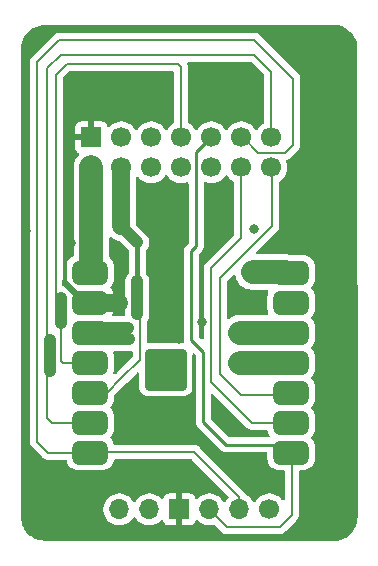
<source format=gbr>
%TF.GenerationSoftware,KiCad,Pcbnew,9.0.0*%
%TF.CreationDate,2025-05-16T16:34:18-03:00*%
%TF.ProjectId,V1A,5631412e-6b69-4636-9164-5f7063625858,rev?*%
%TF.SameCoordinates,Original*%
%TF.FileFunction,Copper,L2,Bot*%
%TF.FilePolarity,Positive*%
%FSLAX46Y46*%
G04 Gerber Fmt 4.6, Leading zero omitted, Abs format (unit mm)*
G04 Created by KiCad (PCBNEW 9.0.0) date 2025-05-16 16:34:18*
%MOMM*%
%LPD*%
G01*
G04 APERTURE LIST*
G04 Aperture macros list*
%AMRoundRect*
0 Rectangle with rounded corners*
0 $1 Rounding radius*
0 $2 $3 $4 $5 $6 $7 $8 $9 X,Y pos of 4 corners*
0 Add a 4 corners polygon primitive as box body*
4,1,4,$2,$3,$4,$5,$6,$7,$8,$9,$2,$3,0*
0 Add four circle primitives for the rounded corners*
1,1,$1+$1,$2,$3*
1,1,$1+$1,$4,$5*
1,1,$1+$1,$6,$7*
1,1,$1+$1,$8,$9*
0 Add four rect primitives between the rounded corners*
20,1,$1+$1,$2,$3,$4,$5,0*
20,1,$1+$1,$4,$5,$6,$7,0*
20,1,$1+$1,$6,$7,$8,$9,0*
20,1,$1+$1,$8,$9,$2,$3,0*%
G04 Aperture macros list end*
%TA.AperFunction,ComponentPad*%
%ADD10R,1.700000X1.700000*%
%TD*%
%TA.AperFunction,ComponentPad*%
%ADD11C,1.700000*%
%TD*%
%TA.AperFunction,ComponentPad*%
%ADD12O,1.700000X1.700000*%
%TD*%
%TA.AperFunction,SMDPad,CuDef*%
%ADD13RoundRect,0.255000X-0.255000X2.245000X-0.255000X-2.245000X0.255000X-2.245000X0.255000X2.245000X0*%
%TD*%
%TA.AperFunction,SMDPad,CuDef*%
%ADD14RoundRect,0.500000X1.000000X0.500000X-1.000000X0.500000X-1.000000X-0.500000X1.000000X-0.500000X0*%
%TD*%
%TA.AperFunction,HeatsinkPad*%
%ADD15RoundRect,0.250000X1.500000X1.500000X-1.500000X1.500000X-1.500000X-1.500000X1.500000X-1.500000X0*%
%TD*%
%TA.AperFunction,ViaPad*%
%ADD16C,0.800000*%
%TD*%
%TA.AperFunction,ViaPad*%
%ADD17C,0.600000*%
%TD*%
%TA.AperFunction,Conductor*%
%ADD18C,0.600000*%
%TD*%
%TA.AperFunction,Conductor*%
%ADD19C,0.500000*%
%TD*%
%TA.AperFunction,Conductor*%
%ADD20C,0.200000*%
%TD*%
%TA.AperFunction,Conductor*%
%ADD21C,1.500000*%
%TD*%
%TA.AperFunction,Conductor*%
%ADD22C,1.000000*%
%TD*%
%TA.AperFunction,Conductor*%
%ADD23C,0.400000*%
%TD*%
%TA.AperFunction,Conductor*%
%ADD24C,0.250000*%
%TD*%
%TA.AperFunction,Conductor*%
%ADD25C,2.000000*%
%TD*%
G04 APERTURE END LIST*
D10*
%TO.P,IDC14,1*%
%TO.N,GND*%
X146775859Y-87351463D03*
D11*
%TO.P,IDC14,2*%
%TO.N,5V*%
X146775859Y-89891463D03*
%TO.P,IDC14,3*%
%TO.N,3V3*%
X149315859Y-87351463D03*
%TO.P,IDC14,4*%
%TO.N,MISO*%
X149315859Y-89891463D03*
%TO.P,IDC14,5*%
%TO.N,Ana1*%
X151855859Y-87351463D03*
%TO.P,IDC14,7*%
%TO.N,MOSI*%
X154395859Y-87351463D03*
%TO.P,IDC14,8*%
%TO.N,CS_RP*%
X154395859Y-89891463D03*
%TO.P,IDC14,9*%
%TO.N,TX_RX*%
X156935859Y-87351463D03*
%TO.P,IDC14,10*%
%TO.N,D0*%
X156935859Y-89891463D03*
%TO.P,IDC14,11*%
%TO.N,RX_TX*%
X159475859Y-87351463D03*
%TO.P,IDC14,12*%
%TO.N,SCL*%
X159475859Y-89891463D03*
%TO.P,IDC14,13*%
%TO.N,SCK*%
X162015859Y-87351463D03*
%TO.P,IDC14,14*%
%TO.N,SDA*%
X162015859Y-89891463D03*
%TO.P,IDC14,not connected*%
%TO.N,notconnected*%
X151855859Y-89891463D03*
%TD*%
%TO.P,J2,1*%
%TO.N,N/C*%
X161848800Y-118846600D03*
D12*
%TO.P,J2,2*%
%TO.N,RX_TX*%
X159308800Y-118846600D03*
%TO.P,J2,3*%
%TO.N,TX_RX*%
X156768800Y-118846600D03*
D10*
%TO.P,J2,4*%
%TO.N,GND*%
X154228800Y-118846600D03*
D12*
%TO.P,J2,5*%
%TO.N,5V*%
X151688800Y-118846600D03*
%TO.P,J2,6*%
%TO.N,N/C*%
X149148800Y-118846600D03*
%TD*%
D13*
%TO.P,IDC 14,14*%
%TO.N,5V*%
X146735859Y-92391463D03*
%TD*%
D14*
%TO.P,ESP32 C3 Seed,1*%
%TO.N,D0_ESP32*%
X163685800Y-98790200D03*
%TO.P,ESP32 C3 Seed,2*%
%TO.N,D1_ESP32*%
X163685800Y-101330200D03*
%TO.P,ESP32 C3 Seed,3*%
%TO.N,CS_LORA*%
X163685800Y-103870200D03*
%TO.P,ESP32 C3 Seed,4*%
%TO.N,CS_RP*%
X163685800Y-106410200D03*
%TO.P,ESP32 C3 Seed,5*%
%TO.N,SDA*%
X163685800Y-108950200D03*
%TO.P,ESP32 C3 Seed,6*%
%TO.N,SCL*%
X163685800Y-111490200D03*
%TO.P,ESP32 C3 Seed,7*%
%TO.N,TX_RX*%
X163685800Y-114030200D03*
%TO.P,ESP32 C3 Seed,8*%
%TO.N,RX_TX*%
X146685800Y-114030200D03*
%TO.P,ESP32 C3 Seed,9*%
%TO.N,SCK*%
X146685800Y-111490200D03*
%TO.P,ESP32 C3 Seed,10*%
%TO.N,MISO*%
X146685800Y-108950200D03*
%TO.P,ESP32 C3 Seed,11*%
%TO.N,MOSI*%
X146685800Y-106410200D03*
%TO.P,ESP32 C3 Seed,12*%
%TO.N,3V3*%
X146685800Y-103870200D03*
%TO.P,ESP32 C3 Seed,13*%
%TO.N,GND*%
X146685800Y-101330200D03*
%TO.P,ESP32 C3 Seed,14*%
%TO.N,5V*%
X146685800Y-98790200D03*
D15*
%TO.P,ESP32 C3 Seed,15*%
%TO.N,N/C*%
X153085800Y-107010200D03*
%TD*%
D16*
%TO.N,GND*%
X154228800Y-104444800D03*
D17*
X147929600Y-82092800D03*
D16*
X152755600Y-98958400D03*
D17*
X149301200Y-105816400D03*
D16*
X158394400Y-111582200D03*
X152095200Y-96139000D03*
X156108400Y-102971600D03*
D17*
X149199600Y-99649280D03*
D16*
X141274800Y-95250000D03*
X168833800Y-85011469D03*
D17*
X144576800Y-99669600D03*
D16*
X152654000Y-112598200D03*
X158140400Y-81534000D03*
X160578800Y-95123000D03*
X152095200Y-99720400D03*
D17*
X149199600Y-98948240D03*
D16*
X145084800Y-96291400D03*
X152044400Y-98298000D03*
X155651200Y-81584800D03*
X158699200Y-102057200D03*
X154381200Y-112598200D03*
D17*
X149199600Y-101803200D03*
X149199600Y-98247200D03*
D16*
X160832800Y-116001800D03*
X168452800Y-105130600D03*
X168833800Y-83742742D03*
X153060400Y-82194400D03*
X145186400Y-88773000D03*
X167291700Y-119438100D03*
X152654000Y-110007400D03*
D17*
X150469600Y-84429600D03*
D16*
X165709600Y-119456200D03*
X164642800Y-88976200D03*
X142240000Y-79375000D03*
X158750000Y-100101400D03*
D17*
X150469600Y-83667600D03*
D16*
X157226000Y-96088200D03*
X146456400Y-119430800D03*
X146456400Y-117246400D03*
X154584400Y-96139000D03*
D17*
X150520400Y-82042000D03*
D16*
X146456400Y-118237000D03*
X168833800Y-86280196D03*
D17*
%TO.N,MISO*%
X150672800Y-100406200D03*
X150672800Y-102184200D03*
X150672800Y-101295200D03*
X150672800Y-99517200D03*
%TO.N,SCK*%
X143306800Y-106248200D03*
X143306800Y-105359200D03*
X143306800Y-107137200D03*
X143306800Y-104470200D03*
%TO.N,MOSI*%
X144195800Y-100914200D03*
X144195800Y-101676200D03*
X144195800Y-102438200D03*
X144195800Y-103200200D03*
D16*
%TO.N,3V3*%
X149910800Y-103479600D03*
X149047200Y-103479600D03*
X149961600Y-104444800D03*
X149047200Y-104444800D03*
D17*
%TO.N,CS_RP*%
X160070800Y-106375200D03*
X159308800Y-107137200D03*
X159308800Y-106375200D03*
X160070800Y-107137200D03*
%TO.N,CS_LORA*%
X159943800Y-103581200D03*
X159181800Y-103581200D03*
X159943800Y-104343200D03*
X159181800Y-104343200D03*
%TO.N,D0_ESP32*%
X160197800Y-98374200D03*
X160197800Y-99263200D03*
X161086800Y-98374200D03*
X161086800Y-99263200D03*
%TO.N,D1_ESP32*%
X164795200Y-102006400D03*
X164795200Y-100838000D03*
X164795200Y-101396800D03*
X164795200Y-102006400D03*
%TD*%
D18*
%TO.N,GND*%
X149199600Y-101549200D02*
X149199600Y-98298000D01*
D19*
X144576800Y-99669600D02*
X146237400Y-101330200D01*
D20*
X149133000Y-101330200D02*
X149148800Y-101346000D01*
X146237400Y-101330200D02*
X146685800Y-101330200D01*
X149199600Y-98298000D02*
X149148800Y-98247200D01*
D21*
X146685800Y-101330200D02*
X149133000Y-101330200D01*
D20*
%TO.N,MISO*%
X149301200Y-107746800D02*
X148097800Y-108950200D01*
D21*
X149315859Y-89891463D02*
X149315859Y-94881463D01*
D20*
X148097800Y-108950200D02*
X146685800Y-108950200D01*
X150672800Y-102184200D02*
X150876000Y-102387400D01*
D22*
X150672800Y-102311200D02*
X150672800Y-99517200D01*
D20*
X150876000Y-102387400D02*
X150876000Y-106172000D01*
D23*
X150672800Y-99517200D02*
X150672800Y-96238404D01*
D20*
X150672800Y-102311200D02*
X150672800Y-101295200D01*
X149402800Y-107645200D02*
X149301200Y-107746800D01*
D22*
X150672800Y-96238404D02*
X149315859Y-94881463D01*
D20*
X150876000Y-106172000D02*
X149301200Y-107746800D01*
X149402800Y-89978404D02*
X149315859Y-89891463D01*
X150672800Y-100406200D02*
X150672800Y-99517200D01*
%TO.N,SCK*%
X143468800Y-111490200D02*
X143052800Y-111074200D01*
X143052800Y-81483200D02*
X144195800Y-80340200D01*
X160578800Y-80340200D02*
X162015859Y-81777259D01*
X144195800Y-80340200D02*
X160578800Y-80340200D01*
X146685800Y-111490200D02*
X143468800Y-111490200D01*
X162015859Y-81777259D02*
X162015859Y-87351463D01*
X143306800Y-105359200D02*
X143306800Y-104470200D01*
X143306800Y-107137200D02*
X143306800Y-106248200D01*
X143052800Y-104470200D02*
X143052800Y-81483200D01*
D22*
X143306800Y-107137200D02*
X143306800Y-104470200D01*
D20*
X143306800Y-106248200D02*
X143306800Y-105359200D01*
X143052800Y-111074200D02*
X143052800Y-107137200D01*
%TO.N,RX_TX*%
X163880800Y-87960200D02*
X163195000Y-88646000D01*
X160578800Y-79070200D02*
X163880800Y-82372200D01*
X155498800Y-113995200D02*
X159308800Y-117805200D01*
X142163800Y-80975200D02*
X144068800Y-79070200D01*
X163195000Y-88646000D02*
X160883600Y-88646000D01*
X143087800Y-114030200D02*
X142163800Y-113106200D01*
X146685800Y-114030200D02*
X143087800Y-114030200D01*
X159308800Y-117805200D02*
X159308800Y-118846600D01*
X160883600Y-88646000D02*
X159589063Y-87351463D01*
X159589063Y-87351463D02*
X159475859Y-87351463D01*
X163880800Y-82372200D02*
X163880800Y-87960200D01*
X146720800Y-113995200D02*
X155498800Y-113995200D01*
X146685800Y-114030200D02*
X146720800Y-113995200D01*
X142163800Y-113106200D02*
X142163800Y-80975200D01*
X144068800Y-79070200D02*
X160578800Y-79070200D01*
D24*
%TO.N,TX_RX*%
X158165800Y-113360200D02*
X163015800Y-113360200D01*
X155659113Y-88628209D02*
X155659113Y-96562887D01*
X155244800Y-96977200D02*
X155244800Y-104470200D01*
D20*
X163753800Y-119329200D02*
X163753800Y-114098200D01*
X158267400Y-120345200D02*
X156768800Y-118846600D01*
D24*
X155659113Y-96562887D02*
X155244800Y-96977200D01*
D20*
X163753800Y-119329200D02*
X162737800Y-120345200D01*
D24*
X156935859Y-87351463D02*
X155659113Y-88628209D01*
D20*
X163499800Y-119583200D02*
X163753800Y-119329200D01*
X162737800Y-120345200D02*
X158267400Y-120345200D01*
D24*
X156260800Y-105486200D02*
X156260800Y-111455200D01*
X163015800Y-113360200D02*
X163685800Y-114030200D01*
X156260800Y-111455200D02*
X158165800Y-113360200D01*
X155244800Y-104470200D02*
X156260800Y-105486200D01*
D20*
X163753800Y-114098200D02*
X163685800Y-114030200D01*
%TO.N,MOSI*%
X144357800Y-106410200D02*
X144195800Y-106248200D01*
X144195800Y-106248200D02*
X144195800Y-103200200D01*
X146685800Y-106410200D02*
X144357800Y-106410200D01*
X144195800Y-102438200D02*
X143764000Y-102006400D01*
X144703800Y-81102200D02*
X154101800Y-81102200D01*
X154355800Y-87311404D02*
X154395859Y-87351463D01*
X143764000Y-82042000D02*
X144703800Y-81102200D01*
X154355800Y-81356200D02*
X154355800Y-87311404D01*
X143764000Y-102006400D02*
X143764000Y-82042000D01*
X154101800Y-81102200D02*
X154355800Y-81356200D01*
D22*
X144195800Y-100914200D02*
X144195800Y-103073200D01*
D20*
%TO.N,3V3*%
X147076400Y-103479600D02*
X146685800Y-103870200D01*
X147260400Y-104444800D02*
X146685800Y-103870200D01*
D22*
X149910800Y-103479600D02*
X147076400Y-103479600D01*
X149961600Y-104444800D02*
X147260400Y-104444800D01*
D20*
%TO.N,SDA*%
X163466800Y-109169200D02*
X159435800Y-109169200D01*
X159435800Y-109169200D02*
X157657800Y-107391200D01*
X162102800Y-89978404D02*
X162015859Y-89891463D01*
X162102800Y-94818200D02*
X162102800Y-89978404D01*
X163685800Y-108950200D02*
X163466800Y-109169200D01*
X157657800Y-107391200D02*
X157657800Y-99263200D01*
X157657800Y-99263200D02*
X162102800Y-94818200D01*
X163685800Y-108950200D02*
X163026800Y-108950200D01*
%TO.N,SCL*%
X156895800Y-98414259D02*
X159475859Y-95834200D01*
X163685800Y-111490200D02*
X160359800Y-111490200D01*
X156895800Y-108026200D02*
X156895800Y-98414259D01*
X160359800Y-111490200D02*
X156895800Y-108026200D01*
X159475859Y-95834200D02*
X159475859Y-89891463D01*
%TO.N,CS_RP*%
X159308800Y-106375200D02*
X160197800Y-106375200D01*
D25*
X163685800Y-106410200D02*
X159343800Y-106410200D01*
%TO.N,CS_LORA*%
X163685800Y-103870200D02*
X159400800Y-103870200D01*
D20*
%TO.N,5V*%
X146775859Y-98700141D02*
X146685800Y-98790200D01*
D25*
X146775859Y-89891463D02*
X146775859Y-98700141D01*
%TO.N,D0_ESP32*%
X163245800Y-98755200D02*
X160451800Y-98755200D01*
%TD*%
%TA.AperFunction,Conductor*%
%TO.N,GND*%
G36*
X155541502Y-105651938D02*
G01*
X155547980Y-105657970D01*
X155598981Y-105708971D01*
X155632466Y-105770294D01*
X155635300Y-105796652D01*
X155635300Y-111516811D01*
X155659335Y-111637644D01*
X155659340Y-111637661D01*
X155706485Y-111751480D01*
X155706487Y-111751483D01*
X155706488Y-111751486D01*
X155740715Y-111802709D01*
X155774942Y-111853933D01*
X155862067Y-111941058D01*
X155862070Y-111941060D01*
X155869354Y-111948344D01*
X157676816Y-113755806D01*
X157676845Y-113755837D01*
X157767064Y-113846056D01*
X157767067Y-113846058D01*
X157843990Y-113897456D01*
X157869515Y-113914512D01*
X157936197Y-113942132D01*
X157939985Y-113943701D01*
X157939993Y-113943705D01*
X157977227Y-113959127D01*
X157983348Y-113961663D01*
X158018189Y-113968593D01*
X158104191Y-113985699D01*
X158104192Y-113985700D01*
X158104193Y-113985700D01*
X158104194Y-113985700D01*
X161561300Y-113985700D01*
X161628339Y-114005385D01*
X161674094Y-114058189D01*
X161685300Y-114109700D01*
X161685300Y-114588228D01*
X161685301Y-114588234D01*
X161695913Y-114707615D01*
X161751889Y-114903245D01*
X161751890Y-114903248D01*
X161751891Y-114903249D01*
X161846102Y-115083607D01*
X161846104Y-115083609D01*
X161974690Y-115241309D01*
X162068603Y-115317884D01*
X162132393Y-115369898D01*
X162312751Y-115464109D01*
X162508382Y-115520086D01*
X162627763Y-115530700D01*
X163029300Y-115530699D01*
X163096339Y-115550383D01*
X163142094Y-115603187D01*
X163153300Y-115654699D01*
X163153300Y-117962848D01*
X163133615Y-118029887D01*
X163080811Y-118075642D01*
X163011653Y-118085586D01*
X162948097Y-118056561D01*
X162928982Y-118035733D01*
X162878909Y-117966814D01*
X162878905Y-117966809D01*
X162728586Y-117816490D01*
X162556620Y-117691551D01*
X162367214Y-117595044D01*
X162367213Y-117595043D01*
X162367212Y-117595043D01*
X162165043Y-117529354D01*
X162165041Y-117529353D01*
X162165040Y-117529353D01*
X162003757Y-117503808D01*
X161955087Y-117496100D01*
X161742513Y-117496100D01*
X161693842Y-117503808D01*
X161532560Y-117529353D01*
X161330385Y-117595044D01*
X161140979Y-117691551D01*
X160969013Y-117816490D01*
X160818690Y-117966813D01*
X160693749Y-118138782D01*
X160689284Y-118147546D01*
X160641309Y-118198342D01*
X160573488Y-118215136D01*
X160507353Y-118192598D01*
X160468316Y-118147546D01*
X160463850Y-118138782D01*
X160338909Y-117966813D01*
X160188586Y-117816490D01*
X160016617Y-117691549D01*
X159930786Y-117647815D01*
X159879991Y-117599840D01*
X159872011Y-117580705D01*
X159871486Y-117580923D01*
X159868379Y-117573423D01*
X159868377Y-117573416D01*
X159842938Y-117529354D01*
X159789324Y-117436490D01*
X159789318Y-117436482D01*
X155986390Y-113633555D01*
X155986388Y-113633552D01*
X155867517Y-113514681D01*
X155867516Y-113514680D01*
X155780704Y-113464560D01*
X155780704Y-113464559D01*
X155780700Y-113464558D01*
X155730585Y-113435623D01*
X155577857Y-113394699D01*
X155419743Y-113394699D01*
X155412147Y-113394699D01*
X155412131Y-113394700D01*
X148781176Y-113394700D01*
X148714137Y-113375015D01*
X148668382Y-113322211D01*
X148661960Y-113304812D01*
X148627750Y-113185254D01*
X148619709Y-113157151D01*
X148525498Y-112976793D01*
X148412783Y-112838559D01*
X148385675Y-112774165D01*
X148397684Y-112705335D01*
X148412781Y-112681842D01*
X148525498Y-112543607D01*
X148619709Y-112363249D01*
X148675686Y-112167618D01*
X148686300Y-112048237D01*
X148686299Y-110932164D01*
X148675686Y-110812782D01*
X148619709Y-110617151D01*
X148525498Y-110436793D01*
X148412783Y-110298559D01*
X148385675Y-110234165D01*
X148397684Y-110165335D01*
X148412781Y-110141842D01*
X148525498Y-110003607D01*
X148619709Y-109823249D01*
X148675686Y-109627618D01*
X148686300Y-109508237D01*
X148686299Y-109262295D01*
X148705983Y-109195257D01*
X148722613Y-109174620D01*
X149781720Y-108115516D01*
X149781720Y-108115514D01*
X149791924Y-108105311D01*
X149791927Y-108105306D01*
X150623620Y-107273614D01*
X150684942Y-107240130D01*
X150754634Y-107245114D01*
X150810567Y-107286986D01*
X150834984Y-107352450D01*
X150835300Y-107361296D01*
X150835300Y-108560201D01*
X150835301Y-108560218D01*
X150845800Y-108662996D01*
X150845801Y-108662999D01*
X150900985Y-108829531D01*
X150900986Y-108829534D01*
X150993088Y-108978856D01*
X151117144Y-109102912D01*
X151266466Y-109195014D01*
X151433003Y-109250199D01*
X151535791Y-109260700D01*
X154635808Y-109260699D01*
X154738597Y-109250199D01*
X154905134Y-109195014D01*
X155054456Y-109102912D01*
X155178512Y-108978856D01*
X155270614Y-108829534D01*
X155325799Y-108662997D01*
X155336300Y-108560209D01*
X155336299Y-105745650D01*
X155355984Y-105678612D01*
X155408787Y-105632857D01*
X155477946Y-105622913D01*
X155541502Y-105651938D01*
G37*
%TD.AperFunction*%
%TA.AperFunction,Conductor*%
G36*
X157091503Y-109071584D02*
G01*
X157097980Y-109077615D01*
X159991084Y-111970720D01*
X159991086Y-111970721D01*
X159991090Y-111970724D01*
X160128009Y-112049773D01*
X160128012Y-112049775D01*
X160128016Y-112049777D01*
X160280743Y-112090701D01*
X160280745Y-112090701D01*
X160446454Y-112090701D01*
X160446470Y-112090700D01*
X161580410Y-112090700D01*
X161647449Y-112110385D01*
X161693204Y-112163189D01*
X161699623Y-112180582D01*
X161719728Y-112250844D01*
X161751889Y-112363245D01*
X161751890Y-112363248D01*
X161751891Y-112363249D01*
X161846102Y-112543607D01*
X161846104Y-112543609D01*
X161849014Y-112549180D01*
X161847628Y-112549903D01*
X161865804Y-112609280D01*
X161846888Y-112676541D01*
X161794611Y-112722897D01*
X161741812Y-112734700D01*
X158476252Y-112734700D01*
X158409213Y-112715015D01*
X158388571Y-112698381D01*
X156922619Y-111232429D01*
X156889134Y-111171106D01*
X156886300Y-111144748D01*
X156886300Y-109165297D01*
X156905985Y-109098258D01*
X156958789Y-109052503D01*
X157027947Y-109042559D01*
X157091503Y-109071584D01*
G37*
%TD.AperFunction*%
%TA.AperFunction,Conductor*%
G36*
X150196899Y-105438166D02*
G01*
X150252077Y-105481028D01*
X150275322Y-105546917D01*
X150275500Y-105553556D01*
X150275500Y-105871902D01*
X150255815Y-105938941D01*
X150239181Y-105959583D01*
X148932486Y-107266278D01*
X148932484Y-107266280D01*
X148853158Y-107345606D01*
X148839786Y-107358978D01*
X148778462Y-107392462D01*
X148708771Y-107387478D01*
X148652837Y-107345606D01*
X148628421Y-107280141D01*
X148632888Y-107237188D01*
X148675686Y-107087618D01*
X148686300Y-106968237D01*
X148686299Y-105852164D01*
X148675686Y-105732782D01*
X148638668Y-105603409D01*
X148639151Y-105533544D01*
X148677331Y-105475028D01*
X148741086Y-105446443D01*
X148757884Y-105445300D01*
X150060142Y-105445300D01*
X150074979Y-105442348D01*
X150127309Y-105431939D01*
X150196899Y-105438166D01*
G37*
%TD.AperFunction*%
%TA.AperFunction,Conductor*%
G36*
X153143085Y-90526987D02*
G01*
X153155669Y-90526448D01*
X153175533Y-90538044D01*
X153197303Y-90545462D01*
X153206578Y-90556166D01*
X153216010Y-90561672D01*
X153236345Y-90590519D01*
X153240810Y-90599283D01*
X153365749Y-90771249D01*
X153516072Y-90921572D01*
X153688038Y-91046511D01*
X153688040Y-91046512D01*
X153688043Y-91046514D01*
X153877447Y-91143020D01*
X154079616Y-91208709D01*
X154289572Y-91241963D01*
X154289573Y-91241963D01*
X154502145Y-91241963D01*
X154502146Y-91241963D01*
X154712102Y-91208709D01*
X154871297Y-91156982D01*
X154941136Y-91154988D01*
X155000969Y-91191068D01*
X155031797Y-91253769D01*
X155033613Y-91274914D01*
X155033613Y-96252434D01*
X155024968Y-96281874D01*
X155018445Y-96311861D01*
X155014690Y-96316876D01*
X155013928Y-96319473D01*
X154997294Y-96340115D01*
X154846070Y-96491339D01*
X154846067Y-96491342D01*
X154807178Y-96530231D01*
X154758944Y-96578464D01*
X154728187Y-96624494D01*
X154728186Y-96624493D01*
X154690489Y-96680911D01*
X154690488Y-96680913D01*
X154690488Y-96680914D01*
X154663803Y-96745338D01*
X154643338Y-96794744D01*
X154643335Y-96794756D01*
X154619300Y-96915589D01*
X154619300Y-104531810D01*
X154635153Y-104611509D01*
X154628926Y-104681101D01*
X154586062Y-104736278D01*
X154520172Y-104759522D01*
X154513536Y-104759700D01*
X151600500Y-104759700D01*
X151533461Y-104740015D01*
X151487706Y-104687211D01*
X151476500Y-104635700D01*
X151476500Y-102946845D01*
X151496185Y-102879806D01*
X151497398Y-102877954D01*
X151559432Y-102785114D01*
X151634851Y-102603035D01*
X151652021Y-102516716D01*
X151673300Y-102409743D01*
X151673300Y-99418656D01*
X151634852Y-99225370D01*
X151634851Y-99225369D01*
X151634851Y-99225365D01*
X151569144Y-99066732D01*
X151559435Y-99043292D01*
X151559428Y-99043279D01*
X151449939Y-98879418D01*
X151449936Y-98879414D01*
X151409619Y-98839097D01*
X151376134Y-98777774D01*
X151373300Y-98751416D01*
X151373300Y-97004186D01*
X151392985Y-96937147D01*
X151409620Y-96916504D01*
X151449936Y-96876188D01*
X151449939Y-96876185D01*
X151559431Y-96712318D01*
X151634851Y-96530239D01*
X151673300Y-96336944D01*
X151673300Y-96139863D01*
X151673300Y-96139860D01*
X151673299Y-96139858D01*
X151653505Y-96040347D01*
X151634851Y-95946568D01*
X151568781Y-95787061D01*
X151559432Y-95764491D01*
X151559427Y-95764482D01*
X151449939Y-95600622D01*
X151449936Y-95600618D01*
X150602678Y-94753360D01*
X150569193Y-94692037D01*
X150566359Y-94665679D01*
X150566359Y-90795860D01*
X150586044Y-90728821D01*
X150638848Y-90683066D01*
X150708006Y-90673122D01*
X150771562Y-90702147D01*
X150790678Y-90722975D01*
X150825755Y-90771255D01*
X150976072Y-90921572D01*
X151148038Y-91046511D01*
X151148040Y-91046512D01*
X151148043Y-91046514D01*
X151337447Y-91143020D01*
X151539616Y-91208709D01*
X151749572Y-91241963D01*
X151749573Y-91241963D01*
X151962145Y-91241963D01*
X151962146Y-91241963D01*
X152172102Y-91208709D01*
X152374271Y-91143020D01*
X152563675Y-91046514D01*
X152594417Y-91024179D01*
X152735645Y-90921572D01*
X152735647Y-90921569D01*
X152735651Y-90921567D01*
X152885963Y-90771255D01*
X152885965Y-90771251D01*
X152885968Y-90771249D01*
X153010907Y-90599283D01*
X153010906Y-90599283D01*
X153010910Y-90599279D01*
X153015373Y-90590517D01*
X153024019Y-90581363D01*
X153028756Y-90569695D01*
X153047555Y-90556442D01*
X153063347Y-90539722D01*
X153075569Y-90536694D01*
X153085863Y-90529439D01*
X153108844Y-90528454D01*
X153131167Y-90522926D01*
X153143085Y-90526987D01*
G37*
%TD.AperFunction*%
%TA.AperFunction,Conductor*%
G36*
X158277303Y-90545462D02*
G01*
X158316345Y-90590519D01*
X158320810Y-90599283D01*
X158445749Y-90771249D01*
X158596072Y-90921572D01*
X158768043Y-91046514D01*
X158768043Y-91046515D01*
X158807652Y-91066696D01*
X158858449Y-91114669D01*
X158875359Y-91177181D01*
X158875359Y-95534102D01*
X158855674Y-95601141D01*
X158839040Y-95621783D01*
X156415281Y-98045541D01*
X156415280Y-98045543D01*
X156376460Y-98112782D01*
X156336223Y-98182474D01*
X156295299Y-98335202D01*
X156295299Y-98335204D01*
X156295299Y-98503305D01*
X156295300Y-98503318D01*
X156295300Y-104336748D01*
X156275615Y-104403787D01*
X156222811Y-104449542D01*
X156153653Y-104459486D01*
X156090097Y-104430461D01*
X156083619Y-104424429D01*
X155906619Y-104247429D01*
X155873134Y-104186106D01*
X155870300Y-104159748D01*
X155870300Y-97287651D01*
X155878945Y-97258208D01*
X155885468Y-97228225D01*
X155889222Y-97223209D01*
X155889985Y-97220612D01*
X155906610Y-97199979D01*
X156057842Y-97048747D01*
X156057846Y-97048745D01*
X156144971Y-96961620D01*
X156179197Y-96910396D01*
X156213425Y-96859173D01*
X156260576Y-96745338D01*
X156284613Y-96624494D01*
X156284613Y-96501280D01*
X156284613Y-91270530D01*
X156304298Y-91203491D01*
X156357102Y-91157736D01*
X156426260Y-91147792D01*
X156446917Y-91152595D01*
X156619616Y-91208709D01*
X156829572Y-91241963D01*
X156829573Y-91241963D01*
X157042145Y-91241963D01*
X157042146Y-91241963D01*
X157252102Y-91208709D01*
X157454271Y-91143020D01*
X157643675Y-91046514D01*
X157674417Y-91024179D01*
X157815645Y-90921572D01*
X157815647Y-90921569D01*
X157815651Y-90921567D01*
X157965963Y-90771255D01*
X157965965Y-90771251D01*
X157965968Y-90771249D01*
X158090907Y-90599283D01*
X158090906Y-90599283D01*
X158090910Y-90599279D01*
X158095373Y-90590517D01*
X158143347Y-90539722D01*
X158211167Y-90522926D01*
X158277303Y-90545462D01*
G37*
%TD.AperFunction*%
%TA.AperFunction,Conductor*%
G36*
X158902797Y-98969950D02*
G01*
X158958731Y-99011821D01*
X158981937Y-99066732D01*
X158988247Y-99106570D01*
X159061233Y-99331196D01*
X159145337Y-99496258D01*
X159168457Y-99541633D01*
X159307283Y-99732710D01*
X159474290Y-99899717D01*
X159665367Y-100038543D01*
X159764791Y-100089202D01*
X159875803Y-100145766D01*
X159875805Y-100145766D01*
X159875808Y-100145768D01*
X159996212Y-100184889D01*
X160100431Y-100218753D01*
X160333703Y-100255700D01*
X160333708Y-100255700D01*
X161652450Y-100255700D01*
X161719489Y-100275385D01*
X161765244Y-100328189D01*
X161775188Y-100397347D01*
X161762359Y-100437111D01*
X161751890Y-100457152D01*
X161751837Y-100457338D01*
X161704618Y-100622365D01*
X161695914Y-100652783D01*
X161695913Y-100652786D01*
X161685300Y-100772166D01*
X161685300Y-101888228D01*
X161685301Y-101888234D01*
X161695913Y-102007615D01*
X161753621Y-102209296D01*
X161751441Y-102209919D01*
X161757063Y-102269258D01*
X161725000Y-102331337D01*
X161664465Y-102366226D01*
X161635321Y-102369700D01*
X159282703Y-102369700D01*
X159049431Y-102406646D01*
X158824803Y-102479633D01*
X158614363Y-102586859D01*
X158455185Y-102702509D01*
X158389379Y-102725989D01*
X158321325Y-102710164D01*
X158272630Y-102660058D01*
X158258300Y-102602191D01*
X158258300Y-99563297D01*
X158277985Y-99496258D01*
X158294619Y-99475616D01*
X158439043Y-99331192D01*
X158771785Y-98998449D01*
X158833106Y-98964966D01*
X158902797Y-98969950D01*
G37*
%TD.AperFunction*%
%TA.AperFunction,Conductor*%
G36*
X148481562Y-95816086D02*
G01*
X148488040Y-95822118D01*
X148501213Y-95835291D01*
X148660454Y-95950987D01*
X148743314Y-95993206D01*
X148835829Y-96040345D01*
X148835831Y-96040345D01*
X148835834Y-96040347D01*
X149023033Y-96101172D01*
X149099223Y-96113239D01*
X149162358Y-96143168D01*
X149167507Y-96148031D01*
X149935981Y-96916505D01*
X149969466Y-96977828D01*
X149972300Y-97004186D01*
X149972300Y-98751416D01*
X149952615Y-98818455D01*
X149935981Y-98839097D01*
X149895663Y-98879414D01*
X149895660Y-98879418D01*
X149786171Y-99043279D01*
X149786164Y-99043292D01*
X149710750Y-99225360D01*
X149710747Y-99225370D01*
X149672300Y-99418656D01*
X149672300Y-102355100D01*
X149652615Y-102422139D01*
X149599811Y-102467894D01*
X149548300Y-102479100D01*
X148679723Y-102479100D01*
X148612684Y-102459415D01*
X148566929Y-102406611D01*
X148556985Y-102337453D01*
X148569814Y-102297689D01*
X148619242Y-102203061D01*
X148675190Y-102007528D01*
X148675191Y-102007525D01*
X148685799Y-101888200D01*
X148685800Y-101888198D01*
X148685800Y-100772202D01*
X148685799Y-100772199D01*
X148675191Y-100652874D01*
X148675190Y-100652871D01*
X148619242Y-100457338D01*
X148525078Y-100277070D01*
X148412461Y-100138957D01*
X148385352Y-100074561D01*
X148397361Y-100005731D01*
X148412458Y-99982239D01*
X148525498Y-99843607D01*
X148619709Y-99663249D01*
X148675686Y-99467618D01*
X148686300Y-99348237D01*
X148686299Y-98232164D01*
X148675686Y-98112782D01*
X148638240Y-97981914D01*
X148619710Y-97917154D01*
X148619709Y-97917153D01*
X148619709Y-97917151D01*
X148525498Y-97736793D01*
X148396909Y-97579091D01*
X148396908Y-97579090D01*
X148396904Y-97579085D01*
X148321998Y-97518007D01*
X148282481Y-97460386D01*
X148276359Y-97421906D01*
X148276359Y-95909799D01*
X148296044Y-95842760D01*
X148348848Y-95797005D01*
X148418006Y-95787061D01*
X148481562Y-95816086D01*
G37*
%TD.AperFunction*%
%TA.AperFunction,Conductor*%
G36*
X153698339Y-81722385D02*
G01*
X153744094Y-81775189D01*
X153755300Y-81826700D01*
X153755300Y-86086155D01*
X153735615Y-86153194D01*
X153691648Y-86192975D01*
X153692195Y-86193867D01*
X153688043Y-86196411D01*
X153516072Y-86321353D01*
X153365749Y-86471676D01*
X153240808Y-86643645D01*
X153236343Y-86652409D01*
X153188368Y-86703205D01*
X153120547Y-86719999D01*
X153054412Y-86697461D01*
X153015375Y-86652409D01*
X153010909Y-86643645D01*
X152885968Y-86471676D01*
X152735645Y-86321353D01*
X152563679Y-86196414D01*
X152374273Y-86099907D01*
X152374272Y-86099906D01*
X152374271Y-86099906D01*
X152172102Y-86034217D01*
X152172100Y-86034216D01*
X152172099Y-86034216D01*
X152010816Y-86008671D01*
X151962146Y-86000963D01*
X151749572Y-86000963D01*
X151700901Y-86008671D01*
X151539619Y-86034216D01*
X151337444Y-86099907D01*
X151148038Y-86196414D01*
X150976072Y-86321353D01*
X150825749Y-86471676D01*
X150700808Y-86643645D01*
X150696343Y-86652409D01*
X150648368Y-86703205D01*
X150580547Y-86719999D01*
X150514412Y-86697461D01*
X150475375Y-86652409D01*
X150470909Y-86643645D01*
X150345968Y-86471676D01*
X150195645Y-86321353D01*
X150023679Y-86196414D01*
X149834273Y-86099907D01*
X149834272Y-86099906D01*
X149834271Y-86099906D01*
X149632102Y-86034217D01*
X149632100Y-86034216D01*
X149632099Y-86034216D01*
X149470816Y-86008671D01*
X149422146Y-86000963D01*
X149209572Y-86000963D01*
X149160901Y-86008671D01*
X148999619Y-86034216D01*
X148797444Y-86099907D01*
X148608038Y-86196414D01*
X148436074Y-86321352D01*
X148322144Y-86435282D01*
X148260821Y-86468766D01*
X148191129Y-86463782D01*
X148135196Y-86421910D01*
X148118281Y-86390933D01*
X148069213Y-86259376D01*
X148069209Y-86259369D01*
X147983049Y-86144275D01*
X147983046Y-86144272D01*
X147867952Y-86058112D01*
X147867945Y-86058108D01*
X147733238Y-86007866D01*
X147733231Y-86007864D01*
X147673703Y-86001463D01*
X147025859Y-86001463D01*
X147025859Y-86918451D01*
X146968852Y-86885538D01*
X146841685Y-86851463D01*
X146710033Y-86851463D01*
X146582866Y-86885538D01*
X146525859Y-86918451D01*
X146525859Y-86001463D01*
X145878014Y-86001463D01*
X145818486Y-86007864D01*
X145818479Y-86007866D01*
X145683772Y-86058108D01*
X145683765Y-86058112D01*
X145568671Y-86144272D01*
X145568668Y-86144275D01*
X145482508Y-86259369D01*
X145482504Y-86259376D01*
X145432262Y-86394083D01*
X145432260Y-86394090D01*
X145425859Y-86453618D01*
X145425859Y-87101463D01*
X146342847Y-87101463D01*
X146309934Y-87158470D01*
X146275859Y-87285637D01*
X146275859Y-87417289D01*
X146309934Y-87544456D01*
X146342847Y-87601463D01*
X145425859Y-87601463D01*
X145425859Y-88249307D01*
X145432260Y-88308835D01*
X145432262Y-88308842D01*
X145482504Y-88443549D01*
X145482508Y-88443556D01*
X145568668Y-88558650D01*
X145568671Y-88558653D01*
X145690870Y-88650132D01*
X145689093Y-88652505D01*
X145727964Y-88691379D01*
X145742814Y-88759653D01*
X145718394Y-88825116D01*
X145706812Y-88838483D01*
X145631341Y-88913954D01*
X145492516Y-89105029D01*
X145385292Y-89315466D01*
X145312305Y-89540094D01*
X145275359Y-89773365D01*
X145275359Y-97300696D01*
X145255674Y-97367735D01*
X145208771Y-97410604D01*
X145132396Y-97450499D01*
X144974690Y-97579090D01*
X144846104Y-97736790D01*
X144751889Y-97917154D01*
X144717450Y-98037515D01*
X144695914Y-98112782D01*
X144695914Y-98112783D01*
X144685300Y-98232166D01*
X144685300Y-99348228D01*
X144685301Y-99348234D01*
X144695913Y-99467615D01*
X144751889Y-99663245D01*
X144751890Y-99663248D01*
X144751891Y-99663249D01*
X144788175Y-99732712D01*
X144846103Y-99843608D01*
X144864216Y-99865822D01*
X144891324Y-99930218D01*
X144879314Y-99999048D01*
X144831999Y-100050458D01*
X144764400Y-100068126D01*
X144699222Y-100047284D01*
X144669720Y-100027571D01*
X144669707Y-100027564D01*
X144487639Y-99952150D01*
X144487632Y-99952148D01*
X144464306Y-99947508D01*
X144402396Y-99915121D01*
X144367823Y-99854405D01*
X144364500Y-99825891D01*
X144364500Y-82342097D01*
X144384185Y-82275058D01*
X144400819Y-82254416D01*
X144916216Y-81739019D01*
X144977539Y-81705534D01*
X145003897Y-81702700D01*
X153631300Y-81702700D01*
X153698339Y-81722385D01*
G37*
%TD.AperFunction*%
%TA.AperFunction,Conductor*%
G36*
X160345742Y-80960385D02*
G01*
X160366384Y-80977019D01*
X161379040Y-81989675D01*
X161412525Y-82050998D01*
X161415359Y-82077356D01*
X161415359Y-86065744D01*
X161395674Y-86132783D01*
X161347654Y-86176228D01*
X161308044Y-86196410D01*
X161308043Y-86196411D01*
X161136072Y-86321353D01*
X160985749Y-86471676D01*
X160860808Y-86643645D01*
X160856343Y-86652409D01*
X160808368Y-86703205D01*
X160740547Y-86719999D01*
X160674412Y-86697461D01*
X160635375Y-86652409D01*
X160630909Y-86643645D01*
X160505968Y-86471676D01*
X160355645Y-86321353D01*
X160183679Y-86196414D01*
X159994273Y-86099907D01*
X159994272Y-86099906D01*
X159994271Y-86099906D01*
X159792102Y-86034217D01*
X159792100Y-86034216D01*
X159792099Y-86034216D01*
X159630816Y-86008671D01*
X159582146Y-86000963D01*
X159369572Y-86000963D01*
X159320901Y-86008671D01*
X159159619Y-86034216D01*
X158957444Y-86099907D01*
X158768038Y-86196414D01*
X158596072Y-86321353D01*
X158445749Y-86471676D01*
X158320808Y-86643645D01*
X158316343Y-86652409D01*
X158268368Y-86703205D01*
X158200547Y-86719999D01*
X158134412Y-86697461D01*
X158095375Y-86652409D01*
X158090909Y-86643645D01*
X157965968Y-86471676D01*
X157815645Y-86321353D01*
X157643679Y-86196414D01*
X157454273Y-86099907D01*
X157454272Y-86099906D01*
X157454271Y-86099906D01*
X157252102Y-86034217D01*
X157252100Y-86034216D01*
X157252099Y-86034216D01*
X157090816Y-86008671D01*
X157042146Y-86000963D01*
X156829572Y-86000963D01*
X156780901Y-86008671D01*
X156619619Y-86034216D01*
X156417444Y-86099907D01*
X156228038Y-86196414D01*
X156056072Y-86321353D01*
X155905749Y-86471676D01*
X155780808Y-86643645D01*
X155776343Y-86652409D01*
X155728368Y-86703205D01*
X155660547Y-86719999D01*
X155594412Y-86697461D01*
X155555375Y-86652409D01*
X155550909Y-86643645D01*
X155425968Y-86471676D01*
X155275645Y-86321353D01*
X155103676Y-86196412D01*
X155024004Y-86155816D01*
X154973208Y-86107841D01*
X154956300Y-86045332D01*
X154956300Y-81277144D01*
X154956299Y-81277140D01*
X154949407Y-81251416D01*
X154915377Y-81124415D01*
X154915375Y-81124412D01*
X154915375Y-81124410D01*
X154912265Y-81116901D01*
X154914131Y-81116128D01*
X154900225Y-81058797D01*
X154923078Y-80992771D01*
X154978001Y-80949581D01*
X155024084Y-80940700D01*
X160278703Y-80940700D01*
X160345742Y-80960385D01*
G37*
%TD.AperFunction*%
%TA.AperFunction,Conductor*%
G36*
X167279279Y-77807055D02*
G01*
X167533325Y-77823710D01*
X167549405Y-77825827D01*
X167795115Y-77874705D01*
X167810782Y-77878903D01*
X168048009Y-77959434D01*
X168062994Y-77965641D01*
X168072977Y-77970564D01*
X168287688Y-78076450D01*
X168301720Y-78084551D01*
X168510032Y-78223743D01*
X168522896Y-78233615D01*
X168711248Y-78398797D01*
X168722718Y-78410267D01*
X168887899Y-78598622D01*
X168897772Y-78611490D01*
X169036956Y-78819795D01*
X169045065Y-78833840D01*
X169155744Y-79058276D01*
X169155866Y-79058522D01*
X169162073Y-79073508D01*
X169242602Y-79310741D01*
X169246800Y-79326407D01*
X169295675Y-79572114D01*
X169297792Y-79588195D01*
X169314473Y-79842675D01*
X169314739Y-79850784D01*
X169314739Y-79912184D01*
X169314739Y-79912189D01*
X169314740Y-79917307D01*
X169314740Y-79917317D01*
X169315578Y-119475851D01*
X169315286Y-119484357D01*
X169297950Y-119736572D01*
X169295776Y-119752678D01*
X169246366Y-119996697D01*
X169242104Y-120012379D01*
X169161208Y-120247838D01*
X169154931Y-120262829D01*
X169043938Y-120485681D01*
X169035755Y-120499722D01*
X168896569Y-120706148D01*
X168886620Y-120718998D01*
X168721636Y-120905445D01*
X168710092Y-120916884D01*
X168522138Y-121080157D01*
X168509197Y-121089988D01*
X168301507Y-121227276D01*
X168287392Y-121235330D01*
X168063528Y-121344279D01*
X168048480Y-121350418D01*
X167812293Y-121429154D01*
X167796573Y-121433272D01*
X167552118Y-121480444D01*
X167535993Y-121482471D01*
X167317498Y-121495481D01*
X167310128Y-121495700D01*
X142853667Y-121495700D01*
X142845557Y-121495435D01*
X142591495Y-121478783D01*
X142575414Y-121476665D01*
X142540370Y-121469694D01*
X142329711Y-121427791D01*
X142314045Y-121423593D01*
X142076813Y-121343064D01*
X142061827Y-121336857D01*
X141837139Y-121226053D01*
X141823092Y-121217943D01*
X141655930Y-121106249D01*
X141614786Y-121078758D01*
X141601920Y-121068885D01*
X141413566Y-120903702D01*
X141402097Y-120892233D01*
X141250173Y-120718998D01*
X141236911Y-120703875D01*
X141227040Y-120691011D01*
X141087856Y-120482707D01*
X141079746Y-120468660D01*
X141076233Y-120461536D01*
X140968939Y-120243965D01*
X140962735Y-120228986D01*
X140951741Y-120196600D01*
X140932513Y-120139954D01*
X140882206Y-119991754D01*
X140878008Y-119976088D01*
X140869336Y-119932492D01*
X140829132Y-119730372D01*
X140827017Y-119714316D01*
X140810364Y-119460232D01*
X140810100Y-119452143D01*
X140811244Y-113185254D01*
X141563298Y-113185254D01*
X141563299Y-113185257D01*
X141604223Y-113337985D01*
X141612767Y-113352784D01*
X141633158Y-113388100D01*
X141633159Y-113388104D01*
X141633160Y-113388104D01*
X141677300Y-113464559D01*
X141683279Y-113474914D01*
X141683281Y-113474917D01*
X141802149Y-113593785D01*
X141802155Y-113593790D01*
X142602939Y-114394574D01*
X142602949Y-114394585D01*
X142607279Y-114398915D01*
X142607280Y-114398916D01*
X142719084Y-114510720D01*
X142719086Y-114510721D01*
X142719090Y-114510724D01*
X142853333Y-114588228D01*
X142856016Y-114589777D01*
X142967819Y-114619734D01*
X143008742Y-114630700D01*
X143008743Y-114630700D01*
X144580410Y-114630700D01*
X144647449Y-114650385D01*
X144693204Y-114703189D01*
X144699623Y-114720582D01*
X144719728Y-114790844D01*
X144751889Y-114903245D01*
X144751890Y-114903248D01*
X144751891Y-114903249D01*
X144846102Y-115083607D01*
X144846104Y-115083609D01*
X144974690Y-115241309D01*
X145068603Y-115317884D01*
X145132393Y-115369898D01*
X145312751Y-115464109D01*
X145508382Y-115520086D01*
X145627763Y-115530700D01*
X147743836Y-115530699D01*
X147863218Y-115520086D01*
X148058849Y-115464109D01*
X148239207Y-115369898D01*
X148396909Y-115241309D01*
X148525498Y-115083607D01*
X148619709Y-114903249D01*
X148675686Y-114707618D01*
X148675687Y-114707603D01*
X148676764Y-114701815D01*
X148678196Y-114702081D01*
X148701130Y-114643690D01*
X148757776Y-114602789D01*
X148799101Y-114595700D01*
X155198703Y-114595700D01*
X155265742Y-114615385D01*
X155286384Y-114632019D01*
X158362252Y-117707888D01*
X158395737Y-117769211D01*
X158390753Y-117838903D01*
X158362253Y-117883249D01*
X158278694Y-117966809D01*
X158278690Y-117966813D01*
X158153749Y-118138782D01*
X158149284Y-118147546D01*
X158101309Y-118198342D01*
X158033488Y-118215136D01*
X157967353Y-118192598D01*
X157928316Y-118147546D01*
X157923850Y-118138782D01*
X157798909Y-117966813D01*
X157648586Y-117816490D01*
X157476620Y-117691551D01*
X157287214Y-117595044D01*
X157287213Y-117595043D01*
X157287212Y-117595043D01*
X157085043Y-117529354D01*
X157085041Y-117529353D01*
X157085040Y-117529353D01*
X156923757Y-117503808D01*
X156875087Y-117496100D01*
X156662513Y-117496100D01*
X156613842Y-117503808D01*
X156452560Y-117529353D01*
X156250385Y-117595044D01*
X156060979Y-117691551D01*
X155889015Y-117816489D01*
X155775085Y-117930419D01*
X155713762Y-117963903D01*
X155644070Y-117958919D01*
X155588137Y-117917047D01*
X155571222Y-117886070D01*
X155522154Y-117754513D01*
X155522150Y-117754506D01*
X155435990Y-117639412D01*
X155435987Y-117639409D01*
X155320893Y-117553249D01*
X155320886Y-117553245D01*
X155186179Y-117503003D01*
X155186172Y-117503001D01*
X155126644Y-117496600D01*
X154478800Y-117496600D01*
X154478800Y-118413588D01*
X154421793Y-118380675D01*
X154294626Y-118346600D01*
X154162974Y-118346600D01*
X154035807Y-118380675D01*
X153978800Y-118413588D01*
X153978800Y-117496600D01*
X153330955Y-117496600D01*
X153271427Y-117503001D01*
X153271420Y-117503003D01*
X153136713Y-117553245D01*
X153136706Y-117553249D01*
X153021612Y-117639409D01*
X153021609Y-117639412D01*
X152935449Y-117754506D01*
X152935446Y-117754512D01*
X152886377Y-117886071D01*
X152844505Y-117942004D01*
X152779041Y-117966421D01*
X152710768Y-117951569D01*
X152682514Y-117930418D01*
X152568586Y-117816490D01*
X152396620Y-117691551D01*
X152207214Y-117595044D01*
X152207213Y-117595043D01*
X152207212Y-117595043D01*
X152005043Y-117529354D01*
X152005041Y-117529353D01*
X152005040Y-117529353D01*
X151843757Y-117503808D01*
X151795087Y-117496100D01*
X151582513Y-117496100D01*
X151533842Y-117503808D01*
X151372560Y-117529353D01*
X151170385Y-117595044D01*
X150980979Y-117691551D01*
X150809013Y-117816490D01*
X150658690Y-117966813D01*
X150533749Y-118138782D01*
X150529284Y-118147546D01*
X150481309Y-118198342D01*
X150413488Y-118215136D01*
X150347353Y-118192598D01*
X150308316Y-118147546D01*
X150303850Y-118138782D01*
X150178909Y-117966813D01*
X150028586Y-117816490D01*
X149856620Y-117691551D01*
X149667214Y-117595044D01*
X149667213Y-117595043D01*
X149667212Y-117595043D01*
X149465043Y-117529354D01*
X149465041Y-117529353D01*
X149465040Y-117529353D01*
X149303757Y-117503808D01*
X149255087Y-117496100D01*
X149042513Y-117496100D01*
X148993842Y-117503808D01*
X148832560Y-117529353D01*
X148630385Y-117595044D01*
X148440979Y-117691551D01*
X148269013Y-117816490D01*
X148118690Y-117966813D01*
X147993751Y-118138779D01*
X147897244Y-118328185D01*
X147831553Y-118530360D01*
X147830091Y-118539593D01*
X147798300Y-118740313D01*
X147798300Y-118952887D01*
X147831554Y-119162843D01*
X147859918Y-119250139D01*
X147897244Y-119365014D01*
X147993751Y-119554420D01*
X148118690Y-119726386D01*
X148269013Y-119876709D01*
X148440979Y-120001648D01*
X148440981Y-120001649D01*
X148440984Y-120001651D01*
X148630388Y-120098157D01*
X148832557Y-120163846D01*
X149042513Y-120197100D01*
X149042514Y-120197100D01*
X149255086Y-120197100D01*
X149255087Y-120197100D01*
X149465043Y-120163846D01*
X149667212Y-120098157D01*
X149856616Y-120001651D01*
X149943278Y-119938688D01*
X150028586Y-119876709D01*
X150028588Y-119876706D01*
X150028592Y-119876704D01*
X150178904Y-119726392D01*
X150178906Y-119726388D01*
X150178909Y-119726386D01*
X150303848Y-119554420D01*
X150303847Y-119554420D01*
X150303851Y-119554416D01*
X150308314Y-119545654D01*
X150356288Y-119494859D01*
X150424108Y-119478063D01*
X150490244Y-119500599D01*
X150529284Y-119545654D01*
X150530307Y-119547660D01*
X150533751Y-119554420D01*
X150658690Y-119726386D01*
X150809013Y-119876709D01*
X150980979Y-120001648D01*
X150980981Y-120001649D01*
X150980984Y-120001651D01*
X151170388Y-120098157D01*
X151372557Y-120163846D01*
X151582513Y-120197100D01*
X151582514Y-120197100D01*
X151795086Y-120197100D01*
X151795087Y-120197100D01*
X152005043Y-120163846D01*
X152207212Y-120098157D01*
X152396616Y-120001651D01*
X152483278Y-119938688D01*
X152568584Y-119876710D01*
X152568584Y-119876709D01*
X152568592Y-119876704D01*
X152682517Y-119762778D01*
X152743836Y-119729296D01*
X152813528Y-119734280D01*
X152869462Y-119776151D01*
X152886377Y-119807128D01*
X152935446Y-119938688D01*
X152935449Y-119938693D01*
X153021609Y-120053787D01*
X153021612Y-120053790D01*
X153136706Y-120139950D01*
X153136713Y-120139954D01*
X153271420Y-120190196D01*
X153271427Y-120190198D01*
X153330955Y-120196599D01*
X153330972Y-120196600D01*
X153978800Y-120196600D01*
X153978800Y-119279612D01*
X154035807Y-119312525D01*
X154162974Y-119346600D01*
X154294626Y-119346600D01*
X154421793Y-119312525D01*
X154478800Y-119279612D01*
X154478800Y-120196600D01*
X155126628Y-120196600D01*
X155126644Y-120196599D01*
X155186172Y-120190198D01*
X155186179Y-120190196D01*
X155320886Y-120139954D01*
X155320893Y-120139950D01*
X155435987Y-120053790D01*
X155435990Y-120053787D01*
X155522150Y-119938693D01*
X155522154Y-119938686D01*
X155571222Y-119807129D01*
X155613093Y-119751195D01*
X155678557Y-119726778D01*
X155746830Y-119741630D01*
X155775085Y-119762781D01*
X155889013Y-119876709D01*
X156060979Y-120001648D01*
X156060981Y-120001649D01*
X156060984Y-120001651D01*
X156250388Y-120098157D01*
X156452557Y-120163846D01*
X156662513Y-120197100D01*
X156662514Y-120197100D01*
X156875086Y-120197100D01*
X156875087Y-120197100D01*
X157085043Y-120163846D01*
X157127323Y-120150107D01*
X157197162Y-120148111D01*
X157253322Y-120180357D01*
X157782539Y-120709574D01*
X157782549Y-120709585D01*
X157786879Y-120713915D01*
X157786880Y-120713916D01*
X157898684Y-120825720D01*
X157898686Y-120825721D01*
X157898690Y-120825724D01*
X158033754Y-120903702D01*
X158035616Y-120904777D01*
X158147419Y-120934734D01*
X158188342Y-120945700D01*
X158188343Y-120945700D01*
X162651131Y-120945700D01*
X162651147Y-120945701D01*
X162658743Y-120945701D01*
X162816854Y-120945701D01*
X162816857Y-120945701D01*
X162969585Y-120904777D01*
X163019704Y-120875839D01*
X163106516Y-120825720D01*
X163218320Y-120713916D01*
X163218320Y-120713914D01*
X163228528Y-120703707D01*
X163228530Y-120703704D01*
X164122513Y-119809721D01*
X164122516Y-119809720D01*
X164234320Y-119697916D01*
X164284439Y-119611104D01*
X164313377Y-119560985D01*
X164354301Y-119408257D01*
X164354301Y-119250143D01*
X164354301Y-119242548D01*
X164354300Y-119242530D01*
X164354300Y-115654699D01*
X164373985Y-115587660D01*
X164426789Y-115541905D01*
X164478300Y-115530699D01*
X164743828Y-115530699D01*
X164743836Y-115530699D01*
X164863218Y-115520086D01*
X165058849Y-115464109D01*
X165239207Y-115369898D01*
X165396909Y-115241309D01*
X165525498Y-115083607D01*
X165619709Y-114903249D01*
X165675686Y-114707618D01*
X165686300Y-114588237D01*
X165686299Y-113472164D01*
X165675686Y-113352782D01*
X165619709Y-113157151D01*
X165525498Y-112976793D01*
X165412783Y-112838559D01*
X165385675Y-112774165D01*
X165397684Y-112705335D01*
X165412781Y-112681842D01*
X165525498Y-112543607D01*
X165619709Y-112363249D01*
X165675686Y-112167618D01*
X165686300Y-112048237D01*
X165686299Y-110932164D01*
X165675686Y-110812782D01*
X165619709Y-110617151D01*
X165525498Y-110436793D01*
X165412783Y-110298559D01*
X165385675Y-110234165D01*
X165397684Y-110165335D01*
X165412781Y-110141842D01*
X165525498Y-110003607D01*
X165619709Y-109823249D01*
X165675686Y-109627618D01*
X165686300Y-109508237D01*
X165686299Y-108392164D01*
X165675686Y-108272782D01*
X165619709Y-108077151D01*
X165525498Y-107896793D01*
X165412783Y-107758559D01*
X165385675Y-107694165D01*
X165397684Y-107625335D01*
X165412781Y-107601842D01*
X165525498Y-107463607D01*
X165619709Y-107283249D01*
X165675686Y-107087618D01*
X165686300Y-106968237D01*
X165686299Y-105852164D01*
X165675686Y-105732782D01*
X165624403Y-105553556D01*
X165619710Y-105537154D01*
X165619709Y-105537153D01*
X165619709Y-105537151D01*
X165525498Y-105356793D01*
X165412783Y-105218559D01*
X165385675Y-105154165D01*
X165397684Y-105085335D01*
X165412781Y-105061842D01*
X165525498Y-104923607D01*
X165619709Y-104743249D01*
X165675686Y-104547618D01*
X165686300Y-104428237D01*
X165686299Y-103312164D01*
X165675686Y-103192782D01*
X165619709Y-102997151D01*
X165525498Y-102816793D01*
X165412794Y-102678572D01*
X165400659Y-102649747D01*
X165386776Y-102621721D01*
X165387213Y-102617805D01*
X165385685Y-102614175D01*
X165391061Y-102583361D01*
X165394533Y-102552283D01*
X165397285Y-102547687D01*
X165397694Y-102545346D01*
X165412668Y-102522005D01*
X165416986Y-102516691D01*
X165416989Y-102516689D01*
X165416990Y-102516685D01*
X165418803Y-102514456D01*
X165525498Y-102383607D01*
X165619709Y-102203249D01*
X165675686Y-102007618D01*
X165686300Y-101888237D01*
X165686299Y-100772164D01*
X165675686Y-100652782D01*
X165619709Y-100457151D01*
X165525498Y-100276793D01*
X165412783Y-100138559D01*
X165385675Y-100074165D01*
X165397684Y-100005335D01*
X165412781Y-99981842D01*
X165525498Y-99843607D01*
X165619709Y-99663249D01*
X165675686Y-99467618D01*
X165686300Y-99348237D01*
X165686299Y-98232164D01*
X165675686Y-98112782D01*
X165638240Y-97981914D01*
X165619710Y-97917154D01*
X165619709Y-97917153D01*
X165619709Y-97917151D01*
X165525498Y-97736793D01*
X165473484Y-97673003D01*
X165396909Y-97579090D01*
X165276358Y-97480795D01*
X165239207Y-97450502D01*
X165058849Y-97356291D01*
X165058848Y-97356290D01*
X165058845Y-97356289D01*
X164941629Y-97322750D01*
X164863218Y-97300314D01*
X164863215Y-97300313D01*
X164863213Y-97300313D01*
X164790431Y-97293842D01*
X164743837Y-97289700D01*
X164743833Y-97289700D01*
X163594634Y-97289700D01*
X163575237Y-97288173D01*
X163549395Y-97284080D01*
X163363897Y-97254700D01*
X163363892Y-97254700D01*
X160814897Y-97254700D01*
X160747858Y-97235015D01*
X160702103Y-97182211D01*
X160692159Y-97113053D01*
X160721184Y-97049497D01*
X160727216Y-97043019D01*
X161145744Y-96624491D01*
X162471513Y-95298721D01*
X162471516Y-95298720D01*
X162583320Y-95186916D01*
X162633439Y-95100104D01*
X162662377Y-95049985D01*
X162703300Y-94897258D01*
X162703300Y-94739143D01*
X162703300Y-91124498D01*
X162722985Y-91057459D01*
X162754414Y-91024180D01*
X162895651Y-90921567D01*
X163045963Y-90771255D01*
X163045965Y-90771251D01*
X163045968Y-90771249D01*
X163170907Y-90599283D01*
X163170906Y-90599283D01*
X163170910Y-90599279D01*
X163267416Y-90409875D01*
X163333105Y-90207706D01*
X163366359Y-89997750D01*
X163366359Y-89785176D01*
X163333105Y-89575220D01*
X163270499Y-89382542D01*
X163270360Y-89377665D01*
X163267920Y-89373436D01*
X163269372Y-89343081D01*
X163268505Y-89312706D01*
X163271026Y-89308524D01*
X163271260Y-89303646D01*
X163288893Y-89278895D01*
X163304585Y-89252873D01*
X163309745Y-89249626D01*
X163311801Y-89246741D01*
X163324167Y-89240552D01*
X163342370Y-89229100D01*
X163349209Y-89226363D01*
X163426785Y-89205577D01*
X163476904Y-89176639D01*
X163563716Y-89126520D01*
X163675520Y-89014716D01*
X163675520Y-89014714D01*
X163685728Y-89004507D01*
X163685729Y-89004504D01*
X164361320Y-88328916D01*
X164440377Y-88191984D01*
X164481301Y-88039257D01*
X164481301Y-87881142D01*
X164481301Y-87873547D01*
X164481300Y-87873529D01*
X164481300Y-82293145D01*
X164481300Y-82293143D01*
X164440377Y-82140416D01*
X164440377Y-82140415D01*
X164407633Y-82083701D01*
X164361320Y-82003484D01*
X164249516Y-81891680D01*
X164249515Y-81891679D01*
X164245185Y-81887349D01*
X164245174Y-81887339D01*
X161066390Y-78708555D01*
X161066388Y-78708552D01*
X160947517Y-78589681D01*
X160947516Y-78589680D01*
X160860704Y-78539560D01*
X160860704Y-78539559D01*
X160860700Y-78539558D01*
X160810585Y-78510623D01*
X160657857Y-78469699D01*
X160499743Y-78469699D01*
X160492147Y-78469699D01*
X160492131Y-78469700D01*
X144155469Y-78469700D01*
X144155453Y-78469699D01*
X144147857Y-78469699D01*
X143989743Y-78469699D01*
X143882387Y-78498465D01*
X143837010Y-78510624D01*
X143837009Y-78510625D01*
X143786896Y-78539559D01*
X143786895Y-78539560D01*
X143743489Y-78564620D01*
X143700085Y-78589679D01*
X143700082Y-78589681D01*
X141683281Y-80606482D01*
X141683279Y-80606485D01*
X141633161Y-80693294D01*
X141633159Y-80693296D01*
X141604225Y-80743409D01*
X141604224Y-80743410D01*
X141604223Y-80743415D01*
X141563299Y-80896143D01*
X141563299Y-81054257D01*
X141563299Y-81054259D01*
X141563300Y-81064253D01*
X141563300Y-113019530D01*
X141563299Y-113019548D01*
X141563299Y-113185254D01*
X141563298Y-113185254D01*
X140811244Y-113185254D01*
X140817320Y-79917116D01*
X140817333Y-79917071D01*
X140817333Y-79855202D01*
X140817599Y-79847121D01*
X140824641Y-79739700D01*
X140834252Y-79593081D01*
X140836369Y-79577005D01*
X140877547Y-79370001D01*
X140885248Y-79331288D01*
X140889439Y-79315643D01*
X140969974Y-79078404D01*
X140976181Y-79063421D01*
X140978718Y-79058276D01*
X141086993Y-78838721D01*
X141095085Y-78824706D01*
X141234296Y-78616367D01*
X141244142Y-78603536D01*
X141409341Y-78415167D01*
X141420799Y-78403709D01*
X141609173Y-78238513D01*
X141622017Y-78228658D01*
X141830330Y-78089472D01*
X141844376Y-78081363D01*
X141854343Y-78076448D01*
X142069066Y-77970561D01*
X142084042Y-77964358D01*
X142321288Y-77883828D01*
X142336926Y-77879637D01*
X142582659Y-77830761D01*
X142598721Y-77828647D01*
X142853693Y-77811938D01*
X142861750Y-77811674D01*
X142922719Y-77811675D01*
X142922772Y-77811660D01*
X167271190Y-77806790D01*
X167279279Y-77807055D01*
G37*
%TD.AperFunction*%
%TD*%
M02*

</source>
